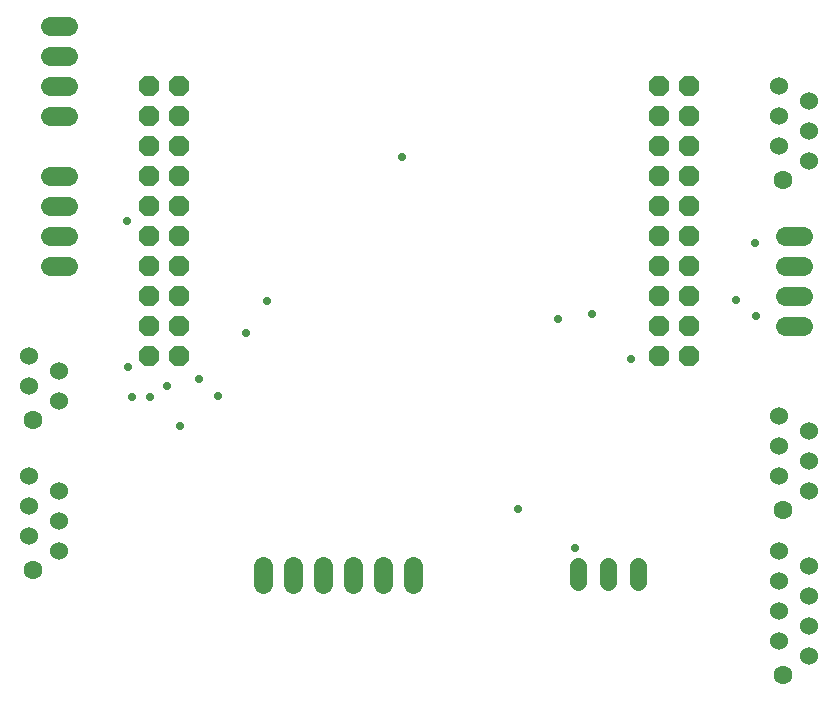
<source format=gts>
G75*
%MOIN*%
%OFA0B0*%
%FSLAX24Y24*%
%IPPOS*%
%LPD*%
%AMOC8*
5,1,8,0,0,1.08239X$1,22.5*
%
%ADD10OC8,0.0670*%
%ADD11C,0.0640*%
%ADD12C,0.0580*%
%ADD13C,0.0600*%
%ADD14C,0.0631*%
%ADD15C,0.0276*%
D10*
X005680Y012816D03*
X006680Y012816D03*
X006680Y013816D03*
X006680Y014816D03*
X005680Y014816D03*
X005680Y013816D03*
X005680Y015816D03*
X006680Y015816D03*
X006680Y016816D03*
X006680Y017816D03*
X005680Y017816D03*
X005680Y016816D03*
X005680Y018816D03*
X006680Y018816D03*
X006680Y019816D03*
X005680Y019816D03*
X005680Y020816D03*
X005680Y021816D03*
X006680Y021816D03*
X006680Y020816D03*
X022680Y020816D03*
X022680Y021816D03*
X023680Y021816D03*
X023680Y020816D03*
X023680Y019816D03*
X022680Y019816D03*
X022680Y018816D03*
X023680Y018816D03*
X023680Y017816D03*
X022680Y017816D03*
X022680Y016816D03*
X023680Y016816D03*
X023680Y015816D03*
X022680Y015816D03*
X022680Y014816D03*
X023680Y014816D03*
X023680Y013816D03*
X022680Y013816D03*
X022680Y012816D03*
X023680Y012816D03*
D11*
X026880Y013816D02*
X027480Y013816D01*
X027480Y014816D02*
X026880Y014816D01*
X026880Y015816D02*
X027480Y015816D01*
X027480Y016816D02*
X026880Y016816D01*
X014491Y005793D02*
X014491Y005193D01*
X013491Y005193D02*
X013491Y005793D01*
X012491Y005793D02*
X012491Y005193D01*
X011491Y005193D02*
X011491Y005793D01*
X010491Y005793D02*
X010491Y005193D01*
X009491Y005193D02*
X009491Y005793D01*
X002980Y015816D02*
X002380Y015816D01*
X002380Y016816D02*
X002980Y016816D01*
X002980Y017816D02*
X002380Y017816D01*
X002380Y018816D02*
X002980Y018816D01*
X002980Y020816D02*
X002380Y020816D01*
X002380Y021816D02*
X002980Y021816D01*
X002980Y022816D02*
X002380Y022816D01*
X002380Y023816D02*
X002980Y023816D01*
D12*
X019967Y005814D02*
X019967Y005274D01*
X020967Y005274D02*
X020967Y005814D01*
X021967Y005814D02*
X021967Y005274D01*
D13*
X026680Y005316D03*
X026680Y006316D03*
X027680Y005816D03*
X027680Y004816D03*
X027680Y003816D03*
X027680Y002816D03*
X026680Y003316D03*
X026680Y004316D03*
X027680Y008316D03*
X027680Y009316D03*
X027680Y010316D03*
X026680Y010816D03*
X026680Y009816D03*
X026680Y008816D03*
X027680Y019316D03*
X027680Y020316D03*
X027680Y021316D03*
X026680Y021816D03*
X026680Y020816D03*
X026680Y019816D03*
X002680Y012316D03*
X002680Y011316D03*
X001680Y011816D03*
X001680Y012816D03*
X001680Y008816D03*
X001680Y007816D03*
X001680Y006816D03*
X002680Y007316D03*
X002680Y008316D03*
X002680Y006316D03*
D14*
X001824Y005678D03*
X001824Y010678D03*
X026824Y007678D03*
X026824Y002178D03*
X026824Y018678D03*
D15*
X025889Y016564D03*
X025259Y014674D03*
X025928Y014123D03*
X021755Y012705D03*
X020456Y014201D03*
X019314Y014044D03*
X014117Y019438D03*
X009629Y014635D03*
X008920Y013572D03*
X007345Y012036D03*
X007975Y011485D03*
X006715Y010461D03*
X005731Y011446D03*
X005101Y011446D03*
X004983Y012430D03*
X006282Y011800D03*
X004944Y017312D03*
X017975Y007705D03*
X019865Y006406D03*
M02*

</source>
